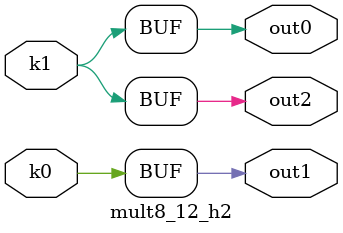
<source format=v>
module mult8_12(pi0, pi1, pi2, pi3, pi4, po0, po1, po2);
input pi0, pi1, pi2, pi3, pi4;
output po0, po1, po2;
wire k0, k1;
mult8_12_w2 DUT1 (pi0, pi1, pi2, pi3, pi4, k0, k1);
mult8_12_h2 DUT2 (k0, k1, po0, po1, po2);
endmodule

module mult8_12_w2(in4, in3, in2, in1, in0, k1, k0);
input in4, in3, in2, in1, in0;
output k1, k0;
assign k0 =   in4 & (((in1 ^ in0) & (~in3 ^ in2)) | ((~in1 ^ in0) & (in3 ^ in2)));
assign k1 =   ~in4 & (((~in1 ^ in0) & (~in3 ^ in2)) | ((in1 ^ in0) & (in3 ^ in2)));
endmodule

module mult8_12_h2(k1, k0, out2, out1, out0);
input k1, k0;
output out2, out1, out0;
assign out0 = k1;
assign out1 = k0;
assign out2 = k1;
endmodule

</source>
